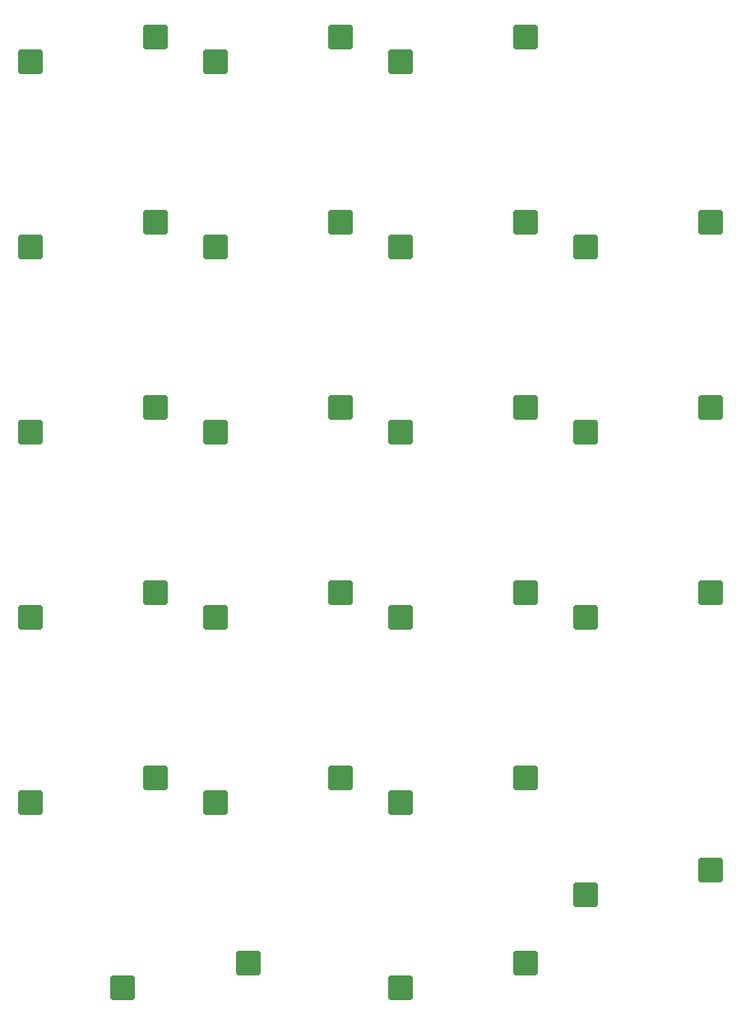
<source format=gbr>
%TF.GenerationSoftware,KiCad,Pcbnew,8.0.6*%
%TF.CreationDate,2024-12-22T21:39:13-05:00*%
%TF.ProjectId,Keypad 2.0,4b657970-6164-4203-922e-302e6b696361,rev?*%
%TF.SameCoordinates,Original*%
%TF.FileFunction,Paste,Bot*%
%TF.FilePolarity,Positive*%
%FSLAX46Y46*%
G04 Gerber Fmt 4.6, Leading zero omitted, Abs format (unit mm)*
G04 Created by KiCad (PCBNEW 8.0.6) date 2024-12-22 21:39:13*
%MOMM*%
%LPD*%
G01*
G04 APERTURE LIST*
G04 Aperture macros list*
%AMRoundRect*
0 Rectangle with rounded corners*
0 $1 Rounding radius*
0 $2 $3 $4 $5 $6 $7 $8 $9 X,Y pos of 4 corners*
0 Add a 4 corners polygon primitive as box body*
4,1,4,$2,$3,$4,$5,$6,$7,$8,$9,$2,$3,0*
0 Add four circle primitives for the rounded corners*
1,1,$1+$1,$2,$3*
1,1,$1+$1,$4,$5*
1,1,$1+$1,$6,$7*
1,1,$1+$1,$8,$9*
0 Add four rect primitives between the rounded corners*
20,1,$1+$1,$2,$3,$4,$5,0*
20,1,$1+$1,$4,$5,$6,$7,0*
20,1,$1+$1,$6,$7,$8,$9,0*
20,1,$1+$1,$8,$9,$2,$3,0*%
G04 Aperture macros list end*
%ADD10RoundRect,0.250000X-1.025000X-1.000000X1.025000X-1.000000X1.025000X1.000000X-1.025000X1.000000X0*%
G04 APERTURE END LIST*
D10*
%TO.C,S15*%
X104833750Y-128428750D03*
X117760750Y-125888750D03*
%TD*%
%TO.C,S9*%
X66733750Y-109378750D03*
X79660750Y-106838750D03*
%TD*%
%TO.C,S14*%
X85783750Y-128428750D03*
X98710750Y-125888750D03*
%TD*%
%TO.C,S12*%
X47683750Y-128428750D03*
X60610750Y-125888750D03*
%TD*%
%TO.C,S21*%
X85783750Y-166528750D03*
X98710750Y-163988750D03*
%TD*%
%TO.C,S7*%
X104833750Y-90328750D03*
X117760750Y-87788750D03*
%TD*%
%TO.C,S1*%
X47683750Y-71278750D03*
X60610750Y-68738750D03*
%TD*%
%TO.C,S18*%
X85783750Y-147478750D03*
X98710750Y-144938750D03*
%TD*%
%TO.C,S8*%
X47683750Y-109378750D03*
X60610750Y-106838750D03*
%TD*%
%TO.C,S11*%
X104833750Y-109378750D03*
X117760750Y-106838750D03*
%TD*%
%TO.C,S3*%
X85783750Y-71278750D03*
X98710750Y-68738750D03*
%TD*%
%TO.C,S13*%
X66733750Y-128428750D03*
X79660750Y-125888750D03*
%TD*%
%TO.C,S6*%
X85783750Y-90328750D03*
X98710750Y-87788750D03*
%TD*%
%TO.C,S17*%
X66733750Y-147478750D03*
X79660750Y-144938750D03*
%TD*%
%TO.C,S20*%
X57208750Y-166528750D03*
X70135750Y-163988750D03*
%TD*%
%TO.C,S10*%
X85783750Y-109378750D03*
X98710750Y-106838750D03*
%TD*%
%TO.C,S4*%
X47683750Y-90328750D03*
X60610750Y-87788750D03*
%TD*%
%TO.C,S5*%
X66733750Y-90328750D03*
X79660750Y-87788750D03*
%TD*%
%TO.C,S2*%
X66733750Y-71278750D03*
X79660750Y-68738750D03*
%TD*%
%TO.C,S19*%
X104833750Y-157003750D03*
X117760750Y-154463750D03*
%TD*%
%TO.C,S16*%
X47683750Y-147478750D03*
X60610750Y-144938750D03*
%TD*%
M02*

</source>
